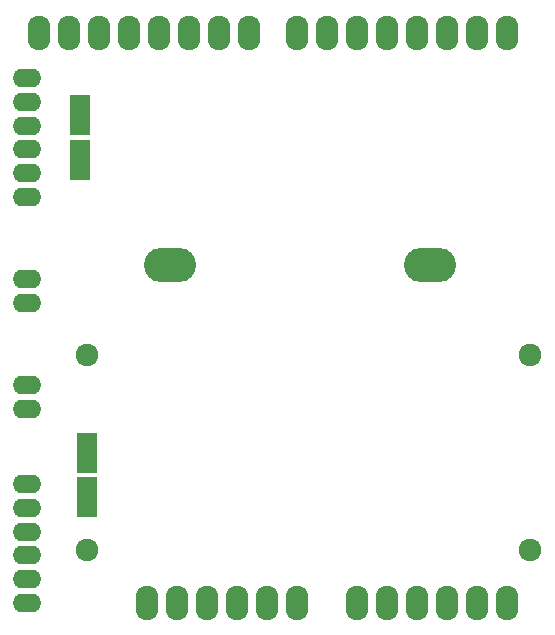
<source format=gbs>
G04 #@! TF.FileFunction,Soldermask,Bot*
%FSLAX46Y46*%
G04 Gerber Fmt 4.6, Leading zero omitted, Abs format (unit mm)*
G04 Created by KiCad (PCBNEW 4.0.1-stable) date Friday, 06 May 2016 'pmt' 19:48:24*
%MOMM*%
G01*
G04 APERTURE LIST*
%ADD10C,0.100000*%
%ADD11O,1.924000X2.940000*%
%ADD12O,4.400500X2.899360*%
%ADD13O,2.400000X1.600000*%
%ADD14C,1.924000*%
%ADD15R,0.700000X3.400000*%
G04 APERTURE END LIST*
D10*
D11*
X209550000Y-159385000D03*
X207010000Y-159385000D03*
X204470000Y-159385000D03*
X196850000Y-159385000D03*
X199390000Y-159385000D03*
X201930000Y-159385000D03*
X191770000Y-159385000D03*
X189230000Y-159385000D03*
X186690000Y-159385000D03*
X181610000Y-159385000D03*
X179070000Y-159385000D03*
X209550000Y-111125000D03*
X207010000Y-111125000D03*
X204470000Y-111125000D03*
X201930000Y-111125000D03*
X199390000Y-111125000D03*
X196850000Y-111125000D03*
X194310000Y-111125000D03*
X191770000Y-111125000D03*
X187706000Y-111125000D03*
X185166000Y-111125000D03*
X182626000Y-111125000D03*
X180086000Y-111125000D03*
X177546000Y-111125000D03*
X175006000Y-111125000D03*
X172466000Y-111125000D03*
X169926000Y-111125000D03*
X184150000Y-159385000D03*
D12*
X202976480Y-130810000D03*
X180975000Y-130810000D03*
D13*
X168910000Y-140970000D03*
X168910000Y-142970000D03*
X168910000Y-131985000D03*
X168910000Y-133985000D03*
X168910000Y-115015000D03*
X168910000Y-117015000D03*
X168910000Y-119015000D03*
X168910000Y-121015000D03*
X168910000Y-123015000D03*
X168910000Y-125015000D03*
X168910000Y-149385000D03*
X168910000Y-151385000D03*
X168910000Y-153385000D03*
X168910000Y-155385000D03*
X168910000Y-157385000D03*
X168910000Y-159385000D03*
D14*
X173990000Y-138430000D03*
X211490000Y-138430000D03*
X211490000Y-154930000D03*
X173990000Y-154930000D03*
D15*
X173855000Y-121915000D03*
X173355000Y-121915000D03*
X172855000Y-121915000D03*
X172855000Y-118115000D03*
X173355000Y-118115000D03*
X173855000Y-118115000D03*
X174490000Y-150490000D03*
X173990000Y-150490000D03*
X173490000Y-150490000D03*
X173490000Y-146690000D03*
X173990000Y-146690000D03*
X174490000Y-146690000D03*
M02*

</source>
